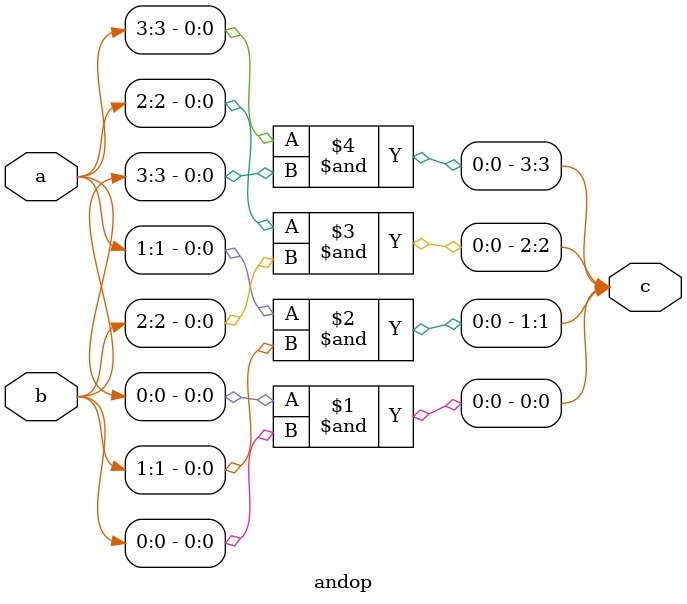
<source format=v>
module andop ( a, b, c );
	output [3:0] c;
	
	input [3:0] a;
	input [3:0] b;

	and(c[0],a[0],b[0]);
	and(c[1],a[1],b[1]);
	and(c[2],a[2],b[2]);
	and(c[3],a[3],b[3]);
endmodule
</source>
